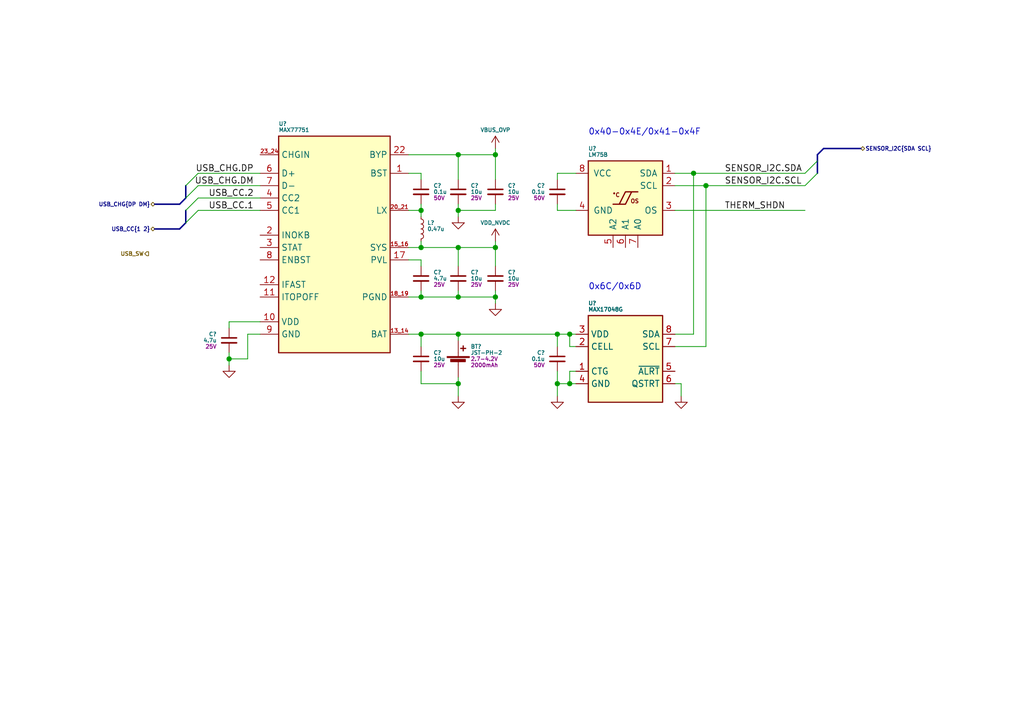
<source format=kicad_sch>
(kicad_sch (version 20211123) (generator eeschema)
  (paper "A5")
  (title_block (rev "A") (company "Frisius"))
  (lib_symbols
    (symbol "Device:Battery_Cell" (pin_numbers hide) (pin_names (offset 0) hide)
      (property "Reference" "BT" (at 2.54 2.54 0))
      (property "Value" "Battery_Cell" (at 2.54 0 0))
      (symbol "Battery_Cell_0_1"
        (rectangle (start -2.286 1.778) (end 2.286 1.524) (fill (type outline)))
        (rectangle (start -1.5748 1.1938) (end 1.4732 0.6858) (fill (type outline)))
        (polyline (pts (xy 0 0.762) (xy 0 0)))
        (polyline (pts (xy 0 1.778) (xy 0 2.54)))
        (polyline (pts (xy 0.508 3.429) (xy 1.524 3.429)) (stroke (width 0.254)))
        (polyline (pts (xy 1.016 3.937) (xy 1.016 2.921)) (stroke (width 0.254)))
      )
      (symbol "Battery_Cell_1_1"
        (pin passive line (at 0 5.08 270) (length 2.54) (name "+") (number "1"))
        (pin passive line (at 0 -2.54 90) (length 2.54) (name "-") (number "2"))
      )
    )
    (symbol "Device:C_Small" (pin_numbers hide) (pin_names (offset 0.254) hide)
      (property "Reference" "C" (at 0.254 1.778 0))
      (property "Value" "C_Small" (at 0.254 -2.032 0))
      (symbol "C_Small_0_1"
        (polyline (pts (xy -1.524 -0.508) (xy 1.524 -0.508)) (stroke (width 0.3302)))
        (polyline (pts (xy -1.524 0.508) (xy 1.524 0.508)) (stroke (width 0.3048)))
      )
      (symbol "C_Small_1_1"
        (pin passive line (at 0 2.54 270) (length 2.032) (name "~") (number "1"))
        (pin passive line (at 0 -2.54 90) (length 2.032) (name "~") (number "2"))
      )
    )
    (symbol "Device:L_Small" (pin_numbers hide) (pin_names (offset 0.254) hide)
      (property "Reference" "L" (at 0.762 1.016 0))
      (property "Value" "L_Small" (at 0.762 -1.016 0))
      (symbol "L_Small_0_1"
        (arc (start 0 -2.032) (mid 0.508 -1.524) (end 0 -1.016))
        (arc (start 0 -1.016) (mid 0.508 -0.508) (end 0 0))
        (arc (start 0 0) (mid 0.508 0.508) (end 0 1.016))
        (arc (start 0 1.016) (mid 0.508 1.524) (end 0 2.032))
      )
      (symbol "L_Small_1_1"
        (pin passive line (at 0 2.54 270) (length 0.508) (name "~") (number "1"))
        (pin passive line (at 0 -2.54 90) (length 0.508) (name "~") (number "2"))
      )
    )
    (symbol "bt_PMIC_Battery_Charger:MAX77751"
      (property "Reference" "U?" (at -11.43 24.13 0))
      (property "Value" "MAX77751" (at -11.43 22.86 0))
      (symbol "MAX77751_0_1"
        (rectangle (start -11.43 21.59) (end 11.43 -22.86) (stroke (width 0.254)) (fill (type background)))
      )
      (symbol "MAX77751_1_1"
        (pin output line (at 15.24 13.97 180) (length 3.81) (name "BST") (number "1"))
        (pin power_out line (at -15.24 -16.51 0) (length 3.81) (name "VDD") (number "10"))
        (pin input line (at -15.24 -11.43 0) (length 3.81) (name "ITOPOFF") (number "11"))
        (pin input line (at -15.24 -8.89 0) (length 3.81) (name "IFAST") (number "12"))
        (pin power_in line (at 15.24 -19.05 180) (length 3.81) (name "BAT") (number "13_14"))
        (pin power_out line (at 15.24 -1.27 180) (length 3.81) (name "SYS") (number "15_16"))
        (pin power_out line (at 15.24 -3.81 180) (length 3.81) (name "PVL") (number "17"))
        (pin power_in line (at 15.24 -11.43 180) (length 3.81) (name "PGND") (number "18_19"))
        (pin open_collector line (at -15.24 1.27 0) (length 3.81) (name "INOKB") (number "2"))
        (pin output line (at 15.24 6.35 180) (length 3.81) (name "LX") (number "20_21"))
        (pin power_out line (at 15.24 17.78 180) (length 3.81) (name "BYP") (number "22"))
        (pin power_in line (at -15.24 17.78 0) (length 3.81) (name "CHGIN") (number "23_24"))
        (pin open_collector line (at -15.24 -1.27 0) (length 3.81) (name "STAT") (number "3"))
        (pin bidirectional line (at -15.24 8.89 0) (length 3.81) (name "CC2") (number "4"))
        (pin bidirectional line (at -15.24 6.35 0) (length 3.81) (name "CC1") (number "5"))
        (pin bidirectional line (at -15.24 13.97 0) (length 3.81) (name "D+") (number "6"))
        (pin bidirectional line (at -15.24 11.43 0) (length 3.81) (name "D-") (number "7"))
        (pin input line (at -15.24 -3.81 0) (length 3.81) (name "ENBST") (number "8"))
        (pin power_in line (at -15.24 -19.05 0) (length 3.81) (name "GND") (number "9"))
      )
    )
    (symbol "bt_PMIC_Battery_Management:MAX17048G"
      (property "Reference" "U" (at 0 12.7 0))
      (property "Value" "MAX17048G" (at 0 10.16 0))
      (symbol "MAX17048G_0_1"
        (rectangle (start -7.62 6.35) (end 7.62 -11.43) (stroke (width 0.254)) (fill (type background)))
      )
      (symbol "MAX17048G_1_1"
        (pin passive line (at -10.16 -5.08 0) (length 2.54) (name "CTG") (number "1"))
        (pin input line (at -10.16 0 0) (length 2.54) (name "CELL") (number "2"))
        (pin power_in line (at -10.16 2.54 0) (length 2.54) (name "VDD") (number "3"))
        (pin power_in line (at -10.16 -7.62 0) (length 2.54) (name "GND") (number "4"))
        (pin passive line (at 10.16 -5.08 180) (length 2.54) (name "~{ALRT}") (number "5"))
        (pin passive line (at 10.16 -7.62 180) (length 2.54) (name "QSTRT") (number "6"))
        (pin passive line (at 10.16 0 180) (length 2.54) (name "SCL") (number "7"))
        (pin passive line (at 10.16 2.54 180) (length 2.54) (name "SDA") (number "8"))
      )
    )
    (symbol "bt_Sensor_Environmental:LM75B" (pin_names (offset 1.016))
      (property "Reference" "U?" (at -7.62 11.43 0))
      (property "Value" "LM75B" (at -7.62 10.16 0))
      (symbol "LM75B_0_0"
        (text "OS" (at 1.905 -0.635 0) (effects (font (size 0.8 0.8) bold)))
        (text "°C" (at -1.905 0.635 0) (effects (font (size 0.8 0.8) bold)))
      )
      (symbol "LM75B_0_1"
        (rectangle (start -7.62 7.62) (end 7.62 -7.62) (stroke (width 0.254)) (fill (type background)))
        (polyline (pts (xy -2.54 -1.27) (xy -1.27 -1.27) (xy 0 1.27) (xy 2.54 1.27) (xy 1.27 1.27) (xy 0 -1.27) (xy -1.27 -1.27)) (stroke (width 0.254)))
      )
      (symbol "LM75B_1_1"
        (pin bidirectional line (at 10.16 5.08 180) (length 2.54) (name "SDA") (number "1"))
        (pin input line (at 10.16 2.54 180) (length 2.54) (name "SCL") (number "2"))
        (pin open_collector line (at 10.16 -2.54 180) (length 2.54) (name "OS") (number "3"))
        (pin power_in line (at -10.16 -2.54 0) (length 2.54) (name "GND") (number "4"))
        (pin input line (at -2.54 -10.16 90) (length 2.54) (name "A2") (number "5"))
        (pin input line (at 0 -10.16 90) (length 2.54) (name "A1") (number "6"))
        (pin input line (at 2.54 -10.16 90) (length 2.54) (name "A0") (number "7"))
        (pin power_in line (at -10.16 5.08 0) (length 2.54) (name "VCC") (number "8"))
      )
    )
    (symbol "bt_power:VBUS_OVP" (power) (in_bom no) (on_board no)
      (property "Value" "VBUS_OVP" (at 0.2286 3.5814 0))
      (symbol "VBUS_OVP_0_1"
        (polyline (pts (xy -0.762 1.27) (xy 0 2.54)))
        (polyline (pts (xy 0 0) (xy 0 2.54)))
        (polyline (pts (xy 0 2.54) (xy 0.762 1.27)))
      )
      (symbol "VBUS_OVP_1_1"
        (pin power_in line (at 0 0 90) (length 0) hide (name "VBUS_OVP") (number "1"))
      )
    )
    (symbol "bt_power:VDD_NVDC" (power) (in_bom no) (on_board no)
      (property "Value" "VDD_NVDC" (at 0.2286 3.5814 0))
      (symbol "VDD_NVDC_0_1"
        (polyline (pts (xy -0.762 1.27) (xy 0 2.54)))
        (polyline (pts (xy 0 0) (xy 0 2.54)))
        (polyline (pts (xy 0 2.54) (xy 0.762 1.27)))
      )
      (symbol "VDD_NVDC_1_1"
        (pin power_in line (at 0 0 90) (length 0) hide (name "VDD_NVDC") (number "1"))
      )
    )
    (symbol "power:GND" (power) (pin_names (offset 0))
      (property "Value" "GND" (at 0 -3.81 0))
      (symbol "GND_0_1"
        (polyline (pts (xy 0 0) (xy 0 -1.27) (xy 1.27 -1.27) (xy 0 -2.54) (xy -1.27 -1.27) (xy 0 -1.27)))
      )
      (symbol "GND_1_1"
        (pin power_in line (at 0 0 270) (length 0) hide (name "GND") (number "1"))
      )
    )
  )
  (junction (at 86.36 68.58))
  (junction (at 114.3 78.74))
  (junction (at 93.98 31.75))
  (junction (at 93.98 50.8))
  (junction (at 86.36 50.8))
  (junction (at 116.84 78.74))
  (junction (at 93.98 78.74))
  (junction (at 144.78 38.1))
  (junction (at 93.98 43.18))
  (junction (at 93.98 60.96))
  (junction (at 86.36 60.96))
  (junction (at 101.6 60.96))
  (junction (at 101.6 31.75))
  (junction (at 101.6 50.8))
  (junction (at 114.3 68.58))
  (junction (at 116.84 68.58))
  (junction (at 46.99 73.66))
  (junction (at 86.36 43.18))
  (junction (at 93.98 68.58))
  (junction (at 142.24 35.56))
  (bus_entry (at 167.64 35.56) (size -2.54 2.54))
  (bus_entry (at 38.1 38.1) (size 2.54 -2.54))
  (bus_entry (at 38.1 45.72) (size 2.54 -2.54))
  (bus_entry (at 38.1 43.18) (size 2.54 -2.54))
  (bus_entry (at 38.1 40.64) (size 2.54 -2.54))
  (bus_entry (at 167.64 33.02) (size -2.54 2.54))
  (wire (pts (xy 50.8 68.58) (xy 50.8 73.66)))
  (wire (pts (xy 93.98 60.96) (xy 93.98 59.69)))
  (bus (pts (xy 36.83 41.91) (xy 38.1 40.64)))
  (wire (pts (xy 114.3 76.2) (xy 114.3 78.74)))
  (wire (pts (xy 138.43 71.12) (xy 144.78 71.12)))
  (wire (pts (xy 138.43 43.18) (xy 165.1 43.18)))
  (wire (pts (xy 86.36 35.56) (xy 83.82 35.56)))
  (wire (pts (xy 114.3 43.18) (xy 118.11 43.18)))
  (wire (pts (xy 101.6 50.8) (xy 93.98 50.8)))
  (wire (pts (xy 86.36 50.8) (xy 86.36 49.53)))
  (wire (pts (xy 101.6 31.75) (xy 101.6 36.83)))
  (wire (pts (xy 118.11 76.2) (xy 116.84 76.2)))
  (wire (pts (xy 114.3 78.74) (xy 116.84 78.74)))
  (wire (pts (xy 144.78 38.1) (xy 144.78 71.12)))
  (wire (pts (xy 101.6 60.96) (xy 101.6 59.69)))
  (bus (pts (xy 167.64 31.75) (xy 167.64 33.02)))
  (wire (pts (xy 93.98 50.8) (xy 93.98 54.61)))
  (wire (pts (xy 114.3 71.12) (xy 114.3 68.58)))
  (bus (pts (xy 168.91 30.48) (xy 167.64 31.75)))
  (wire (pts (xy 40.64 35.56) (xy 53.34 35.56)))
  (wire (pts (xy 139.7 81.28) (xy 139.7 78.74)))
  (wire (pts (xy 86.36 60.96) (xy 93.98 60.96)))
  (wire (pts (xy 86.36 44.45) (xy 86.36 43.18)))
  (wire (pts (xy 93.98 77.47) (xy 93.98 78.74)))
  (bus (pts (xy 168.91 30.48) (xy 176.53 30.48)))
  (wire (pts (xy 40.64 40.64) (xy 53.34 40.64)))
  (wire (pts (xy 144.78 38.1) (xy 165.1 38.1)))
  (wire (pts (xy 40.64 43.18) (xy 53.34 43.18)))
  (wire (pts (xy 83.82 60.96) (xy 86.36 60.96)))
  (wire (pts (xy 86.36 78.74) (xy 93.98 78.74)))
  (wire (pts (xy 46.99 73.66) (xy 50.8 73.66)))
  (wire (pts (xy 86.36 71.12) (xy 86.36 68.58)))
  (wire (pts (xy 83.82 43.18) (xy 86.36 43.18)))
  (wire (pts (xy 93.98 60.96) (xy 101.6 60.96)))
  (wire (pts (xy 101.6 49.53) (xy 101.6 50.8)))
  (wire (pts (xy 101.6 30.48) (xy 101.6 31.75)))
  (wire (pts (xy 83.82 50.8) (xy 86.36 50.8)))
  (wire (pts (xy 114.3 43.18) (xy 114.3 41.91)))
  (wire (pts (xy 86.36 68.58) (xy 93.98 68.58)))
  (wire (pts (xy 116.84 76.2) (xy 116.84 78.74)))
  (wire (pts (xy 93.98 43.18) (xy 101.6 43.18)))
  (wire (pts (xy 93.98 44.45) (xy 93.98 43.18)))
  (wire (pts (xy 142.24 35.56) (xy 165.1 35.56)))
  (wire (pts (xy 93.98 31.75) (xy 101.6 31.75)))
  (bus (pts (xy 167.64 33.02) (xy 167.64 35.56)))
  (wire (pts (xy 93.98 68.58) (xy 114.3 68.58)))
  (wire (pts (xy 86.36 54.61) (xy 86.36 53.34)))
  (wire (pts (xy 114.3 68.58) (xy 116.84 68.58)))
  (wire (pts (xy 138.43 38.1) (xy 144.78 38.1)))
  (bus (pts (xy 38.1 40.64) (xy 38.1 38.1)))
  (wire (pts (xy 46.99 74.93) (xy 46.99 73.66)))
  (wire (pts (xy 139.7 78.74) (xy 138.43 78.74)))
  (wire (pts (xy 86.36 76.2) (xy 86.36 78.74)))
  (wire (pts (xy 86.36 60.96) (xy 86.36 59.69)))
  (wire (pts (xy 53.34 68.58) (xy 50.8 68.58)))
  (wire (pts (xy 93.98 69.85) (xy 93.98 68.58)))
  (wire (pts (xy 40.64 38.1) (xy 53.34 38.1)))
  (wire (pts (xy 101.6 43.18) (xy 101.6 41.91)))
  (wire (pts (xy 86.36 50.8) (xy 93.98 50.8)))
  (wire (pts (xy 118.11 35.56) (xy 114.3 35.56)))
  (wire (pts (xy 114.3 36.83) (xy 114.3 35.56)))
  (wire (pts (xy 142.24 35.56) (xy 142.24 68.58)))
  (wire (pts (xy 138.43 35.56) (xy 142.24 35.56)))
  (wire (pts (xy 53.34 66.04) (xy 46.99 66.04)))
  (wire (pts (xy 93.98 41.91) (xy 93.98 43.18)))
  (bus (pts (xy 31.75 46.99) (xy 36.83 46.99)))
  (wire (pts (xy 86.36 36.83) (xy 86.36 35.56)))
  (wire (pts (xy 101.6 60.96) (xy 101.6 62.23)))
  (wire (pts (xy 86.36 43.18) (xy 86.36 41.91)))
  (bus (pts (xy 38.1 43.18) (xy 38.1 45.72)))
  (wire (pts (xy 86.36 53.34) (xy 83.82 53.34)))
  (wire (pts (xy 138.43 68.58) (xy 142.24 68.58)))
  (bus (pts (xy 36.83 46.99) (xy 38.1 45.72)))
  (wire (pts (xy 83.82 31.75) (xy 93.98 31.75)))
  (wire (pts (xy 118.11 71.12) (xy 116.84 71.12)))
  (wire (pts (xy 116.84 71.12) (xy 116.84 68.58)))
  (wire (pts (xy 83.82 68.58) (xy 86.36 68.58)))
  (wire (pts (xy 101.6 54.61) (xy 101.6 50.8)))
  (wire (pts (xy 93.98 31.75) (xy 93.98 36.83)))
  (wire (pts (xy 114.3 81.28) (xy 114.3 78.74)))
  (wire (pts (xy 116.84 68.58) (xy 118.11 68.58)))
  (wire (pts (xy 93.98 81.28) (xy 93.98 78.74)))
  (wire (pts (xy 116.84 78.74) (xy 118.11 78.74)))
  (wire (pts (xy 46.99 72.39) (xy 46.99 73.66)))
  (bus (pts (xy 31.75 41.91) (xy 36.83 41.91)))
  (wire (pts (xy 46.99 66.04) (xy 46.99 67.31)))
  (text "0x40-0x4E/0x41-0x4F" (at 120.65 27.94 0) (effects (font (size 1.27 1.27)) (justify left bottom)))
  (text "0x6C/0x6D" (at 120.65 59.69 0) (effects (font (size 1.27 1.27)) (justify left bottom)))
  (label "USB_CHG.DP" (at 52.07 35.56 180))
  (label "USB_CC.2" (at 52.07 40.64 180))
  (label "USB_CHG.DM" (at 52.07 38.1 180))
  (label "SENSOR_I2C.SCL" (at 148.59 38.1 0))
  (label "THERM_SHDN" (at 148.59 43.18 0))
  (label "USB_CC.1" (at 52.07 43.18 180))
  (label "SENSOR_I2C.SDA" (at 148.59 35.56 0))
  (hierarchical_label "USB_CC{1 2}" (shape bidirectional) (at 31.75 46.99 180) (effects (font (size 0.8 0.8))))
  (hierarchical_label "USB_SW" (shape output) (at 30.48 52.07 180) (effects (font (size 0.8 0.8))))
  (hierarchical_label "SENSOR_I2C{SDA SCL}" (shape bidirectional) (at 176.53 30.48 0) (effects (font (size 0.8 0.8))))
  (hierarchical_label "USB_CHG{DP DM}" (shape bidirectional) (at 31.75 41.91 180) (effects (font (size 0.8 0.8))))
  (symbol (lib_id "Device:C_Small") (at 86.36 73.66 0) (unit 1)
    (property "Reference" "C?" (at 88.9 72.39 0) (effects (font (size 0.8 0.8)) (justify left)))
    (property "Value" "10u" (at 88.9 73.66 0) (effects (font (size 0.8 0.8)) (justify left)))
    (property "Footprint" "Capacitor_SMD:C_0805_2012Metric" (effects hide))
    (property "Voltage" "25V" (at 88.9 74.93 0) (effects (font (size 0.8 0.8)) (justify left)))
  )
  (symbol (lib_id "bt_PMIC_Battery_Charger:MAX77751") (at 68.58 49.53 0) (unit 1)
    (property "Reference" "U?" (at 57.15 25.4 0) (effects (font (size 0.8 0.8)) (justify left)))
    (property "Value" "MAX77751" (at 57.15 26.67 0) (effects (font (size 0.8 0.8)) (justify left)))
    (property "Footprint" "Package_QFN_bt:FC2QFN-24-3x3_P0.4mm" (effects hide))
  )
  (symbol (lib_id "bt_Sensor_Environmental:LM75B") (at 128.27 40.64 0) (unit 1)
    (property "Reference" "U?" (at 120.65 30.48 0) (effects (font (size 0.8 0.8)) (justify left)))
    (property "Value" "LM75B" (at 120.65 31.75 0) (effects (font (size 0.8 0.8)) (justify left)))
    (property "Datasheet" "http://www.ti.com/lit/ds/symlink/lm75b.pdf" (effects hide))
  )
  (symbol (lib_id "Device:C_Small") (at 93.98 39.37 0) (unit 1)
    (property "Reference" "C?" (at 96.52 38.1 0) (effects (font (size 0.8 0.8)) (justify left)))
    (property "Value" "10u" (at 96.52 39.37 0) (effects (font (size 0.8 0.8)) (justify left)))
    (property "Footprint" "Capacitor_SMD:C_0805_2012Metric" (effects hide))
    (property "Voltage" "25V" (at 96.52 40.64 0) (effects (font (size 0.8 0.8)) (justify left)))
  )
  (symbol (lib_id "Device:C_Small") (at 93.98 57.15 0) (unit 1)
    (property "Reference" "C?" (at 96.52 55.88 0) (effects (font (size 0.8 0.8)) (justify left)))
    (property "Value" "10u" (at 96.52 57.15 0) (effects (font (size 0.8 0.8)) (justify left)))
    (property "Footprint" "Capacitor_SMD:C_0805_2012Metric" (effects hide))
    (property "Voltage" "25V" (at 96.52 58.42 0) (effects (font (size 0.8 0.8)) (justify left)))
  )
  (symbol (lib_id "Device:C_Small") (at 86.36 39.37 0) (unit 1)
    (property "Reference" "C?" (at 88.9 38.1 0) (effects (font (size 0.8 0.8)) (justify left)))
    (property "Value" "0.1u" (at 88.9 39.37 0) (effects (font (size 0.8 0.8)) (justify left)))
    (property "Footprint" "Capacitor_SMD:C_0603_1608Metric" (effects hide))
    (property "Voltage" "50V" (at 88.9 40.64 0) (effects (font (size 0.8 0.8)) (justify left)))
  )
  (symbol (lib_id "Device:C_Small") (at 46.99 69.85 0) (mirror y) (unit 1)
    (property "Reference" "C?" (at 44.45 68.58 0) (effects (font (size 0.8 0.8)) (justify left)))
    (property "Value" "4.7u" (at 44.45 69.85 0) (effects (font (size 0.8 0.8)) (justify left)))
    (property "Footprint" "Capacitor_SMD:C_0805_2012Metric" (effects hide))
    (property "Voltage" "25V" (at 44.45 71.12 0) (effects (font (size 0.8 0.8)) (justify left)))
  )
  (symbol (lib_id "power:GND") (at 101.6 62.23 0) (unit 1)
    (property "Reference" "#PWR?" (effects hide))
    (property "Value" "GND" (effects hide))
  )
  (symbol (lib_id "power:GND") (at 93.98 81.28 0) (unit 1)
    (property "Reference" "#PWR?" (effects hide))
    (property "Value" "GND" (effects hide))
  )
  (symbol (lib_id "Device:C_Small") (at 86.36 57.15 0) (unit 1)
    (property "Reference" "C?" (at 88.9 55.88 0) (effects (font (size 0.8 0.8)) (justify left)))
    (property "Value" "4.7u" (at 88.9 57.15 0) (effects (font (size 0.8 0.8)) (justify left)))
    (property "Footprint" "Capacitor_SMD:C_0805_2012Metric" (effects hide))
    (property "Voltage" "25V" (at 88.9 58.42 0) (effects (font (size 0.8 0.8)) (justify left)))
  )
  (symbol (lib_id "Device:Battery_Cell") (at 93.98 74.93 0) (unit 1)
    (property "Reference" "BT?" (at 96.52 71.12 0) (effects (font (size 0.8 0.8)) (justify left)))
    (property "Value" "JST-PH-2" (at 96.52 72.39 0) (effects (font (size 0.8 0.8)) (justify left)))
    (property "Voltage" "2.7-4.2V" (at 96.52 73.66 0) (effects (font (size 0.8 0.8)) (justify left)))
    (property "Capacity" "2000mAh" (at 96.52 74.93 0) (effects (font (size 0.8 0.8)) (justify left)))
  )
  (symbol (lib_id "power:GND") (at 46.99 74.93 0) (unit 1)
    (property "Reference" "#PWR?" (effects hide))
    (property "Value" "GND" (effects hide))
  )
  (symbol (lib_id "bt_PMIC_Battery_Management:MAX17048G") (at 128.27 71.12 0) (unit 1)
    (property "Reference" "U?" (at 120.65 62.23 0) (effects (font (size 0.8 0.8)) (justify left)))
    (property "Value" "MAX17048G" (at 120.65 63.5 0) (effects (font (size 0.8 0.8)) (justify left)))
    (property "Footprint" "Package_DFN_QFN:TDFN-8-1EP_2x2mm_P0.5mm_EP0.8x1.2mm" (effects hide))
  )
  (symbol (lib_id "bt_power:VDD_NVDC") (at 101.6 49.53 0) (unit 1) (in_bom no) (on_board no)
    (property "Reference" "U?" (effects hide))
    (property "Value" "VDD_NVDC" (at 101.6 45.72 0) (effects (font (size 0.8 0.8))))
  )
  (symbol (lib_id "power:GND") (at 93.98 44.45 0) (unit 1)
    (property "Reference" "#PWR?" (effects hide))
    (property "Value" "GND" (effects hide))
  )
  (symbol (lib_id "Device:L_Small") (at 86.36 46.99 0) (unit 1)
    (property "Reference" "L?" (at 87.63 45.72 0) (effects (font (size 0.8 0.8)) (justify left)))
    (property "Value" "0.47u" (at 87.63 46.99 0) (effects (font (size 0.8 0.8)) (justify left)))
  )
  (symbol (lib_id "power:GND") (at 139.7 81.28 0) (unit 1)
    (property "Reference" "#PWR?" (effects hide))
    (property "Value" "GND" (effects hide))
  )
  (symbol (lib_id "Device:C_Small") (at 114.3 39.37 0) (mirror y) (unit 1)
    (property "Reference" "C?" (at 111.76 38.1 0) (effects (font (size 0.8 0.8)) (justify left)))
    (property "Value" "0.1u" (at 111.76 39.37 0) (effects (font (size 0.8 0.8)) (justify left)))
    (property "Footprint" "Capacitor_SMD:C_0603_1608Metric" (effects hide))
    (property "Voltage" "50V" (at 111.76 40.64 0) (effects (font (size 0.8 0.8)) (justify left)))
  )
  (symbol (lib_id "Device:C_Small") (at 101.6 39.37 0) (unit 1)
    (property "Reference" "C?" (at 104.14 38.1 0) (effects (font (size 0.8 0.8)) (justify left)))
    (property "Value" "10u" (at 104.14 39.37 0) (effects (font (size 0.8 0.8)) (justify left)))
    (property "Footprint" "Capacitor_SMD:C_0805_2012Metric" (effects hide))
    (property "Voltage" "25V" (at 104.14 40.64 0) (effects (font (size 0.8 0.8)) (justify left)))
  )
  (symbol (lib_id "bt_power:VBUS_OVP") (at 101.6 30.48 0) (unit 1) (in_bom no) (on_board no)
    (property "Reference" "U?" (effects hide))
    (property "Value" "VBUS_OVP" (at 101.6 26.67 0) (effects (font (size 0.8 0.8))))
  )
  (symbol (lib_id "power:GND") (at 114.3 81.28 0) (unit 1)
    (property "Reference" "#PWR?" (effects hide))
    (property "Value" "GND" (effects hide))
  )
  (symbol (lib_id "Device:C_Small") (at 101.6 57.15 0) (unit 1)
    (property "Reference" "C?" (at 104.14 55.88 0) (effects (font (size 0.8 0.8)) (justify left)))
    (property "Value" "10u" (at 104.14 57.15 0) (effects (font (size 0.8 0.8)) (justify left)))
    (property "Footprint" "Capacitor_SMD:C_0805_2012Metric" (effects hide))
    (property "Voltage" "25V" (at 104.14 58.42 0) (effects (font (size 0.8 0.8)) (justify left)))
  )
  (symbol (lib_id "Device:C_Small") (at 114.3 73.66 0) (mirror y) (unit 1)
    (property "Reference" "C?" (at 111.76 72.39 0) (effects (font (size 0.8 0.8)) (justify left)))
    (property "Value" "0.1u" (at 111.76 73.66 0) (effects (font (size 0.8 0.8)) (justify left)))
    (property "Footprint" "Capacitor_SMD:C_0603_1608Metric" (effects hide))
    (property "Voltage" "50V" (at 111.76 74.93 0) (effects (font (size 0.8 0.8)) (justify left)))
  )
)
</source>
